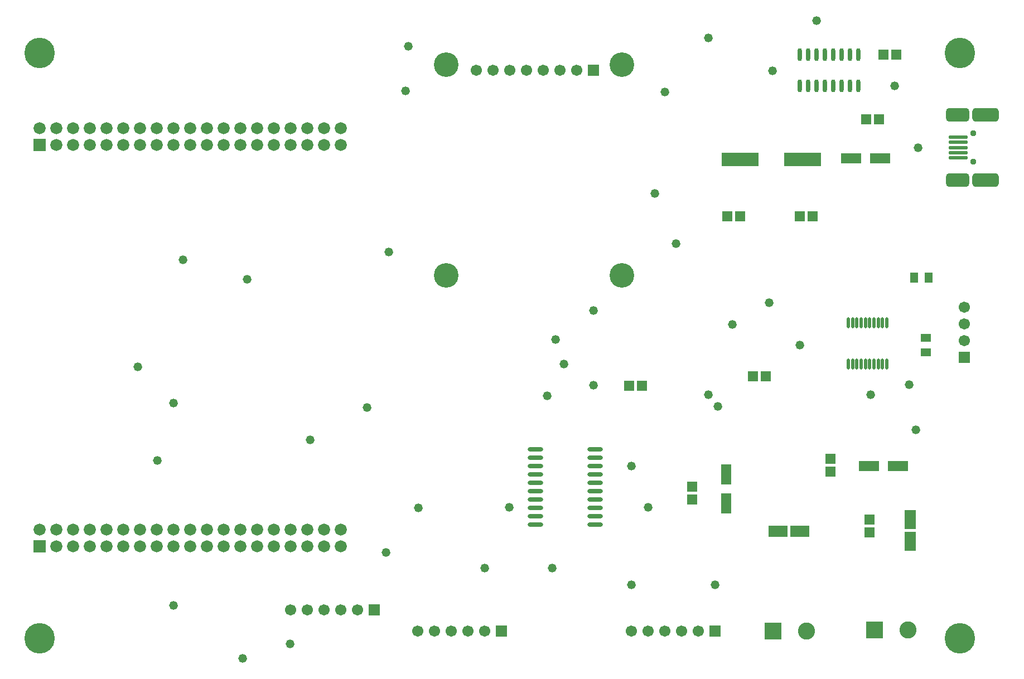
<source format=gts>
G04*
G04 #@! TF.GenerationSoftware,Altium Limited,Altium Designer,24.8.2 (39)*
G04*
G04 Layer_Color=8388736*
%FSLAX25Y25*%
%MOIN*%
G70*
G04*
G04 #@! TF.SameCoordinates,D5B995EF-E859-4182-B092-416B0F4975BE*
G04*
G04*
G04 #@! TF.FilePolarity,Negative*
G04*
G01*
G75*
%ADD16R,0.06499X0.06106*%
G04:AMPARAMS|DCode=17|XSize=112.24mil|YSize=21.69mil|CornerRadius=5.92mil|HoleSize=0mil|Usage=FLASHONLY|Rotation=0.000|XOffset=0mil|YOffset=0mil|HoleType=Round|Shape=RoundedRectangle|*
%AMROUNDEDRECTD17*
21,1,0.11224,0.00984,0,0,0.0*
21,1,0.10039,0.02169,0,0,0.0*
1,1,0.01184,0.05020,-0.00492*
1,1,0.01184,-0.05020,-0.00492*
1,1,0.01184,-0.05020,0.00492*
1,1,0.01184,0.05020,0.00492*
%
%ADD17ROUNDEDRECTD17*%
G04:AMPARAMS|DCode=18|XSize=139.79mil|YSize=82.71mil|CornerRadius=21.18mil|HoleSize=0mil|Usage=FLASHONLY|Rotation=0.000|XOffset=0mil|YOffset=0mil|HoleType=Round|Shape=RoundedRectangle|*
%AMROUNDEDRECTD18*
21,1,0.13979,0.04036,0,0,0.0*
21,1,0.09744,0.08271,0,0,0.0*
1,1,0.04235,0.04872,-0.02018*
1,1,0.04235,-0.04872,-0.02018*
1,1,0.04235,-0.04872,0.02018*
1,1,0.04235,0.04872,0.02018*
%
%ADD18ROUNDEDRECTD18*%
G04:AMPARAMS|DCode=19|XSize=159.48mil|YSize=82.71mil|CornerRadius=21.18mil|HoleSize=0mil|Usage=FLASHONLY|Rotation=0.000|XOffset=0mil|YOffset=0mil|HoleType=Round|Shape=RoundedRectangle|*
%AMROUNDEDRECTD19*
21,1,0.15948,0.04035,0,0,0.0*
21,1,0.11713,0.08271,0,0,0.0*
1,1,0.04235,0.05856,-0.02018*
1,1,0.04235,-0.05856,-0.02018*
1,1,0.04235,-0.05856,0.02018*
1,1,0.04235,0.05856,0.02018*
%
%ADD19ROUNDEDRECTD19*%
G04:AMPARAMS|DCode=20|XSize=139.79mil|YSize=82.71mil|CornerRadius=21.18mil|HoleSize=0mil|Usage=FLASHONLY|Rotation=0.000|XOffset=0mil|YOffset=0mil|HoleType=Round|Shape=RoundedRectangle|*
%AMROUNDEDRECTD20*
21,1,0.13979,0.04035,0,0,0.0*
21,1,0.09744,0.08271,0,0,0.0*
1,1,0.04235,0.04872,-0.02018*
1,1,0.04235,-0.04872,-0.02018*
1,1,0.04235,-0.04872,0.02018*
1,1,0.04235,0.04872,0.02018*
%
%ADD20ROUNDEDRECTD20*%
%ADD21R,0.06106X0.06499*%
%ADD22R,0.06893X0.11617*%
%ADD23R,0.12011X0.06499*%
%ADD24O,0.01972X0.06499*%
%ADD25R,0.05121X0.05909*%
%ADD26R,0.05909X0.05121*%
%ADD27R,0.11617X0.06893*%
%ADD28O,0.02562X0.07680*%
%ADD29R,0.06499X0.12011*%
%ADD30R,0.22247X0.08468*%
%ADD31O,0.09255X0.02562*%
%ADD32C,0.03743*%
%ADD33R,0.06700X0.06700*%
%ADD34C,0.06700*%
%ADD35R,0.07200X0.07200*%
%ADD36C,0.07200*%
%ADD37R,0.10200X0.10200*%
%ADD38C,0.10200*%
%ADD39R,0.06700X0.06700*%
%ADD40C,0.14700*%
%ADD41C,0.05200*%
%ADD42C,0.18200*%
D16*
X497631Y124502D02*
D03*
Y132179D02*
D03*
X521000Y88161D02*
D03*
Y95839D02*
D03*
X414900Y115600D02*
D03*
Y107923D02*
D03*
D17*
X573847Y318461D02*
D03*
Y324761D02*
D03*
Y321611D02*
D03*
Y312162D02*
D03*
Y315312D02*
D03*
D18*
X573748Y337851D02*
D03*
D19*
X590480D02*
D03*
Y299072D02*
D03*
D20*
X573748D02*
D03*
D21*
X536839Y374100D02*
D03*
X529161D02*
D03*
X518961Y335300D02*
D03*
X526639D02*
D03*
X459061Y181600D02*
D03*
X451384D02*
D03*
X385139Y175900D02*
D03*
X377461D02*
D03*
X479300Y277300D02*
D03*
X486977D02*
D03*
X443639D02*
D03*
X435961D02*
D03*
D22*
X545400Y82911D02*
D03*
Y96100D02*
D03*
D23*
X538061Y128000D02*
D03*
X520739D02*
D03*
X510139Y312000D02*
D03*
X527461D02*
D03*
D24*
X508284Y189100D02*
D03*
X510843D02*
D03*
X513402D02*
D03*
X515961D02*
D03*
X518520D02*
D03*
X521079D02*
D03*
X523639D02*
D03*
X526198D02*
D03*
X528757D02*
D03*
X531316D02*
D03*
X508284Y213509D02*
D03*
X510843D02*
D03*
X513402D02*
D03*
X515961D02*
D03*
X518520D02*
D03*
X521079D02*
D03*
X523639D02*
D03*
X526198D02*
D03*
X528757D02*
D03*
X531316D02*
D03*
D25*
X547500Y240700D02*
D03*
X556358D02*
D03*
D26*
X554500Y195871D02*
D03*
Y204729D02*
D03*
D27*
X479489Y89100D02*
D03*
X466300D02*
D03*
D28*
X514300Y373852D02*
D03*
X509300D02*
D03*
X504300D02*
D03*
X499300D02*
D03*
X494300D02*
D03*
X489300D02*
D03*
X484300D02*
D03*
X479300D02*
D03*
X514300Y355348D02*
D03*
X509300D02*
D03*
X504300D02*
D03*
X499300D02*
D03*
X494300D02*
D03*
X489300D02*
D03*
X484300D02*
D03*
X479300D02*
D03*
D29*
X435200Y122861D02*
D03*
Y105539D02*
D03*
D30*
X480900Y311300D02*
D03*
X443498D02*
D03*
D31*
X357013Y93100D02*
D03*
Y98100D02*
D03*
Y103100D02*
D03*
Y108100D02*
D03*
Y113100D02*
D03*
Y118100D02*
D03*
Y123100D02*
D03*
Y128100D02*
D03*
Y133100D02*
D03*
Y138100D02*
D03*
X321187Y93100D02*
D03*
Y98100D02*
D03*
Y103100D02*
D03*
Y108100D02*
D03*
Y113100D02*
D03*
Y118100D02*
D03*
Y123100D02*
D03*
Y128100D02*
D03*
Y133100D02*
D03*
Y138100D02*
D03*
D32*
X583000Y327123D02*
D03*
Y309800D02*
D03*
D33*
X428800Y29200D02*
D03*
X301100D02*
D03*
X356082Y364784D02*
D03*
X225000Y42100D02*
D03*
D34*
X418800Y29200D02*
D03*
X408800D02*
D03*
X398800D02*
D03*
X388800D02*
D03*
X378800D02*
D03*
X577700Y203105D02*
D03*
Y213105D02*
D03*
Y223105D02*
D03*
X251100Y29200D02*
D03*
X261100D02*
D03*
X271100D02*
D03*
X281100D02*
D03*
X291100D02*
D03*
X286082Y364784D02*
D03*
X296082D02*
D03*
X306082D02*
D03*
X316082D02*
D03*
X326082D02*
D03*
X336082D02*
D03*
X346082D02*
D03*
X175000Y42100D02*
D03*
X185000D02*
D03*
X195000D02*
D03*
X205000D02*
D03*
X215000D02*
D03*
D35*
X25000Y80000D02*
D03*
Y320000D02*
D03*
D36*
Y90000D02*
D03*
X35000Y80000D02*
D03*
Y90000D02*
D03*
X45000Y80000D02*
D03*
Y90000D02*
D03*
X55000Y80000D02*
D03*
Y90000D02*
D03*
X65000Y80000D02*
D03*
Y90000D02*
D03*
X75000Y80000D02*
D03*
Y90000D02*
D03*
X85000Y80000D02*
D03*
Y90000D02*
D03*
X95000Y80000D02*
D03*
Y90000D02*
D03*
X105000Y80000D02*
D03*
Y90000D02*
D03*
X115000Y80000D02*
D03*
Y90000D02*
D03*
X125000Y80000D02*
D03*
Y90000D02*
D03*
X135000Y80000D02*
D03*
Y90000D02*
D03*
X145000Y80000D02*
D03*
Y90000D02*
D03*
X155000Y80000D02*
D03*
Y90000D02*
D03*
X165000Y80000D02*
D03*
Y90000D02*
D03*
X175000Y80000D02*
D03*
Y90000D02*
D03*
X185000Y80000D02*
D03*
Y90000D02*
D03*
X195000Y80000D02*
D03*
Y90000D02*
D03*
X205000Y80000D02*
D03*
Y90000D02*
D03*
X25000Y330000D02*
D03*
X35000Y320000D02*
D03*
Y330000D02*
D03*
X45000Y320000D02*
D03*
Y330000D02*
D03*
X55000Y320000D02*
D03*
Y330000D02*
D03*
X65000Y320000D02*
D03*
Y330000D02*
D03*
X75000Y320000D02*
D03*
Y330000D02*
D03*
X85000Y320000D02*
D03*
Y330000D02*
D03*
X95000Y320000D02*
D03*
Y330000D02*
D03*
X105000Y320000D02*
D03*
Y330000D02*
D03*
X115000Y320000D02*
D03*
Y330000D02*
D03*
X125000Y320000D02*
D03*
Y330000D02*
D03*
X135000Y320000D02*
D03*
Y330000D02*
D03*
X145000Y320000D02*
D03*
Y330000D02*
D03*
X155000Y320000D02*
D03*
Y330000D02*
D03*
X165000Y320000D02*
D03*
Y330000D02*
D03*
X175000Y320000D02*
D03*
Y330000D02*
D03*
X185000Y320000D02*
D03*
Y330000D02*
D03*
X195000Y320000D02*
D03*
Y330000D02*
D03*
X205000Y320000D02*
D03*
Y330000D02*
D03*
D37*
X523900Y30000D02*
D03*
X463300Y29200D02*
D03*
D38*
X543900Y30000D02*
D03*
X483300Y29200D02*
D03*
D39*
X577700Y193105D02*
D03*
D40*
X267882Y367884D02*
D03*
X373000D02*
D03*
Y241900D02*
D03*
X267882D02*
D03*
D41*
X243600Y352300D02*
D03*
X245300Y379000D02*
D03*
X233700Y255800D02*
D03*
X110807Y251400D02*
D03*
X356100Y220900D02*
D03*
X398500Y351500D02*
D03*
X291100Y66800D02*
D03*
X331300D02*
D03*
X305700Y103200D02*
D03*
X428800Y57100D02*
D03*
X521800Y170607D02*
D03*
X424600Y170600D02*
D03*
X479300Y200400D02*
D03*
X461000Y225700D02*
D03*
X355900Y176300D02*
D03*
X338400Y189100D02*
D03*
X333400Y203600D02*
D03*
X232100Y76200D02*
D03*
X328200Y169800D02*
D03*
X251200Y103100D02*
D03*
X220600Y163000D02*
D03*
X149000Y239700D02*
D03*
X186800Y143600D02*
D03*
X95300Y131400D02*
D03*
X174600Y21700D02*
D03*
X392600Y291100D02*
D03*
X405200Y261100D02*
D03*
X548600Y149500D02*
D03*
X544650Y176700D02*
D03*
X430400Y163700D02*
D03*
X388800Y103200D02*
D03*
X104900Y165500D02*
D03*
X83700Y187300D02*
D03*
X378800Y128000D02*
D03*
X439100Y212600D02*
D03*
X424614Y384100D02*
D03*
X536000Y355348D02*
D03*
X105000Y44700D02*
D03*
X463100Y364300D02*
D03*
X550088Y318461D02*
D03*
X489200Y394300D02*
D03*
X146300Y12900D02*
D03*
X378600Y57100D02*
D03*
D42*
X25000Y375000D02*
D03*
X575000D02*
D03*
Y25000D02*
D03*
X25000D02*
D03*
M02*

</source>
